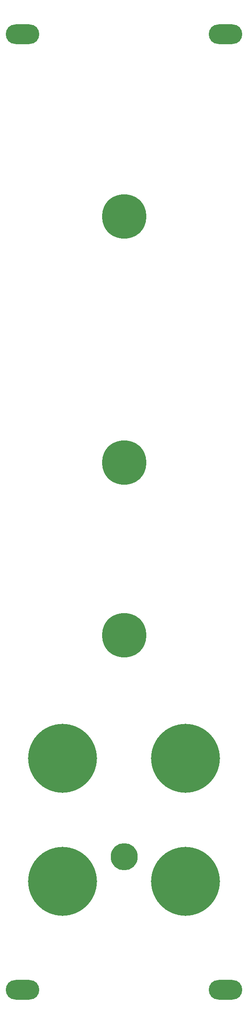
<source format=gts>
G04 #@! TF.GenerationSoftware,KiCad,Pcbnew,6.0.4-6f826c9f35~116~ubuntu20.04.1*
G04 #@! TF.CreationDate,2022-04-20T21:21:03-04:00*
G04 #@! TF.ProjectId,yash_panel,79617368-5f70-4616-9e65-6c2e6b696361,rev?*
G04 #@! TF.SameCoordinates,Original*
G04 #@! TF.FileFunction,Soldermask,Top*
G04 #@! TF.FilePolarity,Negative*
%FSLAX46Y46*%
G04 Gerber Fmt 4.6, Leading zero omitted, Abs format (unit mm)*
G04 Created by KiCad (PCBNEW 6.0.4-6f826c9f35~116~ubuntu20.04.1) date 2022-04-20 21:21:03*
%MOMM*%
%LPD*%
G01*
G04 APERTURE LIST*
%ADD10O,6.800000X4.000000*%
%ADD11C,9.000000*%
%ADD12C,14.000000*%
%ADD13C,5.500000*%
G04 APERTURE END LIST*
D10*
G04 #@! TO.C,H10*
X61700000Y-204600000D03*
X61700000Y-10600000D03*
G04 #@! TD*
D11*
G04 #@! TO.C,H7*
X41100000Y-132600000D03*
G04 #@! TD*
G04 #@! TO.C,H5*
X41100000Y-47600000D03*
G04 #@! TD*
D12*
G04 #@! TO.C,H1*
X28600000Y-157600000D03*
G04 #@! TD*
D10*
G04 #@! TO.C,H9*
X20500000Y-10600000D03*
X20500000Y-204600000D03*
G04 #@! TD*
D13*
G04 #@! TO.C,H8*
X41100000Y-177600000D03*
G04 #@! TD*
D12*
G04 #@! TO.C,H2*
X28600000Y-182600000D03*
G04 #@! TD*
G04 #@! TO.C,H3*
X53600000Y-157600000D03*
G04 #@! TD*
G04 #@! TO.C,H4*
X53600000Y-182600000D03*
G04 #@! TD*
D11*
G04 #@! TO.C,H6*
X41100000Y-97600000D03*
G04 #@! TD*
M02*

</source>
